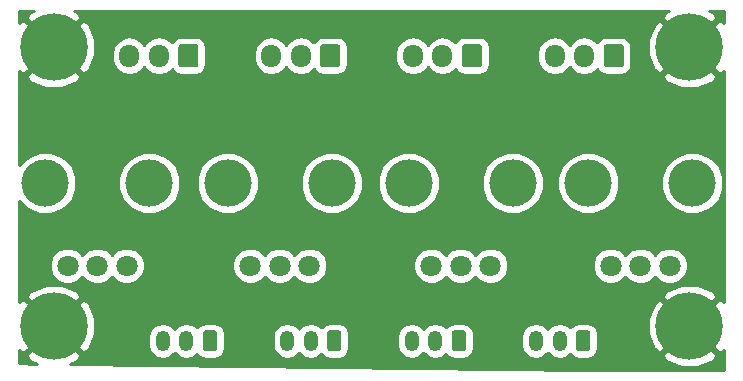
<source format=gbr>
G04 #@! TF.GenerationSoftware,KiCad,Pcbnew,(5.0.1)-rc2*
G04 #@! TF.CreationDate,2019-01-13T21:26:45-05:00*
G04 #@! TF.ProjectId,pot_board,706F745F626F6172642E6B696361645F,rev?*
G04 #@! TF.SameCoordinates,Original*
G04 #@! TF.FileFunction,Copper,L2,Bot,Signal*
G04 #@! TF.FilePolarity,Positive*
%FSLAX46Y46*%
G04 Gerber Fmt 4.6, Leading zero omitted, Abs format (unit mm)*
G04 Created by KiCad (PCBNEW (5.0.1)-rc2) date 1/13/2019 9:26:45 PM*
%MOMM*%
%LPD*%
G01*
G04 APERTURE LIST*
G04 #@! TA.AperFunction,ComponentPad*
%ADD10C,5.700000*%
G04 #@! TD*
G04 #@! TA.AperFunction,Conductor*
%ADD11C,0.100000*%
G04 #@! TD*
G04 #@! TA.AperFunction,ComponentPad*
%ADD12C,1.200000*%
G04 #@! TD*
G04 #@! TA.AperFunction,ComponentPad*
%ADD13O,1.200000X1.750000*%
G04 #@! TD*
G04 #@! TA.AperFunction,ComponentPad*
%ADD14C,1.700000*%
G04 #@! TD*
G04 #@! TA.AperFunction,ComponentPad*
%ADD15O,1.700000X1.950000*%
G04 #@! TD*
G04 #@! TA.AperFunction,ComponentPad*
%ADD16C,1.800000*%
G04 #@! TD*
G04 #@! TA.AperFunction,WasherPad*
%ADD17C,4.000000*%
G04 #@! TD*
G04 #@! TA.AperFunction,Conductor*
%ADD18C,0.254000*%
G04 #@! TD*
G04 APERTURE END LIST*
D10*
G04 #@! TO.P,H4,1*
G04 #@! TO.N,GND*
X92430600Y-40665400D03*
G04 #@! TD*
G04 #@! TO.P,H3,1*
G04 #@! TO.N,GND*
X146253200Y-64287400D03*
G04 #@! TD*
G04 #@! TO.P,H2,1*
G04 #@! TO.N,GND*
X92430600Y-64287400D03*
G04 #@! TD*
G04 #@! TO.P,H1,1*
G04 #@! TO.N,GND*
X146253200Y-40665400D03*
G04 #@! TD*
D11*
G04 #@! TO.N,Net-(J1-Pad1)*
G04 #@! TO.C,J1*
G36*
X106038505Y-64658204D02*
X106062773Y-64661804D01*
X106086572Y-64667765D01*
X106109671Y-64676030D01*
X106131850Y-64686520D01*
X106152893Y-64699132D01*
X106172599Y-64713747D01*
X106190777Y-64730223D01*
X106207253Y-64748401D01*
X106221868Y-64768107D01*
X106234480Y-64789150D01*
X106244970Y-64811329D01*
X106253235Y-64834428D01*
X106259196Y-64858227D01*
X106262796Y-64882495D01*
X106264000Y-64906999D01*
X106264000Y-66157001D01*
X106262796Y-66181505D01*
X106259196Y-66205773D01*
X106253235Y-66229572D01*
X106244970Y-66252671D01*
X106234480Y-66274850D01*
X106221868Y-66295893D01*
X106207253Y-66315599D01*
X106190777Y-66333777D01*
X106172599Y-66350253D01*
X106152893Y-66364868D01*
X106131850Y-66377480D01*
X106109671Y-66387970D01*
X106086572Y-66396235D01*
X106062773Y-66402196D01*
X106038505Y-66405796D01*
X106014001Y-66407000D01*
X105313999Y-66407000D01*
X105289495Y-66405796D01*
X105265227Y-66402196D01*
X105241428Y-66396235D01*
X105218329Y-66387970D01*
X105196150Y-66377480D01*
X105175107Y-66364868D01*
X105155401Y-66350253D01*
X105137223Y-66333777D01*
X105120747Y-66315599D01*
X105106132Y-66295893D01*
X105093520Y-66274850D01*
X105083030Y-66252671D01*
X105074765Y-66229572D01*
X105068804Y-66205773D01*
X105065204Y-66181505D01*
X105064000Y-66157001D01*
X105064000Y-64906999D01*
X105065204Y-64882495D01*
X105068804Y-64858227D01*
X105074765Y-64834428D01*
X105083030Y-64811329D01*
X105093520Y-64789150D01*
X105106132Y-64768107D01*
X105120747Y-64748401D01*
X105137223Y-64730223D01*
X105155401Y-64713747D01*
X105175107Y-64699132D01*
X105196150Y-64686520D01*
X105218329Y-64676030D01*
X105241428Y-64667765D01*
X105265227Y-64661804D01*
X105289495Y-64658204D01*
X105313999Y-64657000D01*
X106014001Y-64657000D01*
X106038505Y-64658204D01*
X106038505Y-64658204D01*
G37*
D12*
G04 #@! TD*
G04 #@! TO.P,J1,1*
G04 #@! TO.N,Net-(J1-Pad1)*
X105664000Y-65532000D03*
D13*
G04 #@! TO.P,J1,2*
G04 #@! TO.N,Net-(J1-Pad2)*
X103664000Y-65532000D03*
G04 #@! TO.P,J1,3*
G04 #@! TO.N,Net-(J1-Pad3)*
X101664000Y-65532000D03*
G04 #@! TD*
D11*
G04 #@! TO.N,Net-(J1-Pad1)*
G04 #@! TO.C,J2*
G36*
X104459704Y-40428204D02*
X104483973Y-40431804D01*
X104507771Y-40437765D01*
X104530871Y-40446030D01*
X104553049Y-40456520D01*
X104574093Y-40469133D01*
X104593798Y-40483747D01*
X104611977Y-40500223D01*
X104628453Y-40518402D01*
X104643067Y-40538107D01*
X104655680Y-40559151D01*
X104666170Y-40581329D01*
X104674435Y-40604429D01*
X104680396Y-40628227D01*
X104683996Y-40652496D01*
X104685200Y-40677000D01*
X104685200Y-42127000D01*
X104683996Y-42151504D01*
X104680396Y-42175773D01*
X104674435Y-42199571D01*
X104666170Y-42222671D01*
X104655680Y-42244849D01*
X104643067Y-42265893D01*
X104628453Y-42285598D01*
X104611977Y-42303777D01*
X104593798Y-42320253D01*
X104574093Y-42334867D01*
X104553049Y-42347480D01*
X104530871Y-42357970D01*
X104507771Y-42366235D01*
X104483973Y-42372196D01*
X104459704Y-42375796D01*
X104435200Y-42377000D01*
X103235200Y-42377000D01*
X103210696Y-42375796D01*
X103186427Y-42372196D01*
X103162629Y-42366235D01*
X103139529Y-42357970D01*
X103117351Y-42347480D01*
X103096307Y-42334867D01*
X103076602Y-42320253D01*
X103058423Y-42303777D01*
X103041947Y-42285598D01*
X103027333Y-42265893D01*
X103014720Y-42244849D01*
X103004230Y-42222671D01*
X102995965Y-42199571D01*
X102990004Y-42175773D01*
X102986404Y-42151504D01*
X102985200Y-42127000D01*
X102985200Y-40677000D01*
X102986404Y-40652496D01*
X102990004Y-40628227D01*
X102995965Y-40604429D01*
X103004230Y-40581329D01*
X103014720Y-40559151D01*
X103027333Y-40538107D01*
X103041947Y-40518402D01*
X103058423Y-40500223D01*
X103076602Y-40483747D01*
X103096307Y-40469133D01*
X103117351Y-40456520D01*
X103139529Y-40446030D01*
X103162629Y-40437765D01*
X103186427Y-40431804D01*
X103210696Y-40428204D01*
X103235200Y-40427000D01*
X104435200Y-40427000D01*
X104459704Y-40428204D01*
X104459704Y-40428204D01*
G37*
D14*
G04 #@! TD*
G04 #@! TO.P,J2,1*
G04 #@! TO.N,Net-(J1-Pad1)*
X103835200Y-41402000D03*
D15*
G04 #@! TO.P,J2,2*
G04 #@! TO.N,Net-(J1-Pad2)*
X101335200Y-41402000D03*
G04 #@! TO.P,J2,3*
G04 #@! TO.N,Net-(J1-Pad3)*
X98835200Y-41402000D03*
G04 #@! TD*
D11*
G04 #@! TO.N,Net-(J3-Pad1)*
G04 #@! TO.C,J3*
G36*
X116571038Y-64658204D02*
X116595306Y-64661804D01*
X116619105Y-64667765D01*
X116642204Y-64676030D01*
X116664383Y-64686520D01*
X116685426Y-64699132D01*
X116705132Y-64713747D01*
X116723310Y-64730223D01*
X116739786Y-64748401D01*
X116754401Y-64768107D01*
X116767013Y-64789150D01*
X116777503Y-64811329D01*
X116785768Y-64834428D01*
X116791729Y-64858227D01*
X116795329Y-64882495D01*
X116796533Y-64906999D01*
X116796533Y-66157001D01*
X116795329Y-66181505D01*
X116791729Y-66205773D01*
X116785768Y-66229572D01*
X116777503Y-66252671D01*
X116767013Y-66274850D01*
X116754401Y-66295893D01*
X116739786Y-66315599D01*
X116723310Y-66333777D01*
X116705132Y-66350253D01*
X116685426Y-66364868D01*
X116664383Y-66377480D01*
X116642204Y-66387970D01*
X116619105Y-66396235D01*
X116595306Y-66402196D01*
X116571038Y-66405796D01*
X116546534Y-66407000D01*
X115846532Y-66407000D01*
X115822028Y-66405796D01*
X115797760Y-66402196D01*
X115773961Y-66396235D01*
X115750862Y-66387970D01*
X115728683Y-66377480D01*
X115707640Y-66364868D01*
X115687934Y-66350253D01*
X115669756Y-66333777D01*
X115653280Y-66315599D01*
X115638665Y-66295893D01*
X115626053Y-66274850D01*
X115615563Y-66252671D01*
X115607298Y-66229572D01*
X115601337Y-66205773D01*
X115597737Y-66181505D01*
X115596533Y-66157001D01*
X115596533Y-64906999D01*
X115597737Y-64882495D01*
X115601337Y-64858227D01*
X115607298Y-64834428D01*
X115615563Y-64811329D01*
X115626053Y-64789150D01*
X115638665Y-64768107D01*
X115653280Y-64748401D01*
X115669756Y-64730223D01*
X115687934Y-64713747D01*
X115707640Y-64699132D01*
X115728683Y-64686520D01*
X115750862Y-64676030D01*
X115773961Y-64667765D01*
X115797760Y-64661804D01*
X115822028Y-64658204D01*
X115846532Y-64657000D01*
X116546534Y-64657000D01*
X116571038Y-64658204D01*
X116571038Y-64658204D01*
G37*
D12*
G04 #@! TD*
G04 #@! TO.P,J3,1*
G04 #@! TO.N,Net-(J3-Pad1)*
X116196533Y-65532000D03*
D13*
G04 #@! TO.P,J3,2*
G04 #@! TO.N,Net-(J3-Pad2)*
X114196533Y-65532000D03*
G04 #@! TO.P,J3,3*
G04 #@! TO.N,Net-(J3-Pad3)*
X112196533Y-65532000D03*
G04 #@! TD*
D11*
G04 #@! TO.N,Net-(J3-Pad1)*
G04 #@! TO.C,J4*
G36*
X116465437Y-40428204D02*
X116489706Y-40431804D01*
X116513504Y-40437765D01*
X116536604Y-40446030D01*
X116558782Y-40456520D01*
X116579826Y-40469133D01*
X116599531Y-40483747D01*
X116617710Y-40500223D01*
X116634186Y-40518402D01*
X116648800Y-40538107D01*
X116661413Y-40559151D01*
X116671903Y-40581329D01*
X116680168Y-40604429D01*
X116686129Y-40628227D01*
X116689729Y-40652496D01*
X116690933Y-40677000D01*
X116690933Y-42127000D01*
X116689729Y-42151504D01*
X116686129Y-42175773D01*
X116680168Y-42199571D01*
X116671903Y-42222671D01*
X116661413Y-42244849D01*
X116648800Y-42265893D01*
X116634186Y-42285598D01*
X116617710Y-42303777D01*
X116599531Y-42320253D01*
X116579826Y-42334867D01*
X116558782Y-42347480D01*
X116536604Y-42357970D01*
X116513504Y-42366235D01*
X116489706Y-42372196D01*
X116465437Y-42375796D01*
X116440933Y-42377000D01*
X115240933Y-42377000D01*
X115216429Y-42375796D01*
X115192160Y-42372196D01*
X115168362Y-42366235D01*
X115145262Y-42357970D01*
X115123084Y-42347480D01*
X115102040Y-42334867D01*
X115082335Y-42320253D01*
X115064156Y-42303777D01*
X115047680Y-42285598D01*
X115033066Y-42265893D01*
X115020453Y-42244849D01*
X115009963Y-42222671D01*
X115001698Y-42199571D01*
X114995737Y-42175773D01*
X114992137Y-42151504D01*
X114990933Y-42127000D01*
X114990933Y-40677000D01*
X114992137Y-40652496D01*
X114995737Y-40628227D01*
X115001698Y-40604429D01*
X115009963Y-40581329D01*
X115020453Y-40559151D01*
X115033066Y-40538107D01*
X115047680Y-40518402D01*
X115064156Y-40500223D01*
X115082335Y-40483747D01*
X115102040Y-40469133D01*
X115123084Y-40456520D01*
X115145262Y-40446030D01*
X115168362Y-40437765D01*
X115192160Y-40431804D01*
X115216429Y-40428204D01*
X115240933Y-40427000D01*
X116440933Y-40427000D01*
X116465437Y-40428204D01*
X116465437Y-40428204D01*
G37*
D14*
G04 #@! TD*
G04 #@! TO.P,J4,1*
G04 #@! TO.N,Net-(J3-Pad1)*
X115840933Y-41402000D03*
D15*
G04 #@! TO.P,J4,2*
G04 #@! TO.N,Net-(J3-Pad2)*
X113340933Y-41402000D03*
G04 #@! TO.P,J4,3*
G04 #@! TO.N,Net-(J3-Pad3)*
X110840933Y-41402000D03*
G04 #@! TD*
D13*
G04 #@! TO.P,J5,3*
G04 #@! TO.N,Net-(J5-Pad3)*
X122729066Y-65532000D03*
G04 #@! TO.P,J5,2*
G04 #@! TO.N,Net-(J5-Pad2)*
X124729066Y-65532000D03*
D11*
G04 #@! TD*
G04 #@! TO.N,Net-(J5-Pad1)*
G04 #@! TO.C,J5*
G36*
X127103571Y-64658204D02*
X127127839Y-64661804D01*
X127151638Y-64667765D01*
X127174737Y-64676030D01*
X127196916Y-64686520D01*
X127217959Y-64699132D01*
X127237665Y-64713747D01*
X127255843Y-64730223D01*
X127272319Y-64748401D01*
X127286934Y-64768107D01*
X127299546Y-64789150D01*
X127310036Y-64811329D01*
X127318301Y-64834428D01*
X127324262Y-64858227D01*
X127327862Y-64882495D01*
X127329066Y-64906999D01*
X127329066Y-66157001D01*
X127327862Y-66181505D01*
X127324262Y-66205773D01*
X127318301Y-66229572D01*
X127310036Y-66252671D01*
X127299546Y-66274850D01*
X127286934Y-66295893D01*
X127272319Y-66315599D01*
X127255843Y-66333777D01*
X127237665Y-66350253D01*
X127217959Y-66364868D01*
X127196916Y-66377480D01*
X127174737Y-66387970D01*
X127151638Y-66396235D01*
X127127839Y-66402196D01*
X127103571Y-66405796D01*
X127079067Y-66407000D01*
X126379065Y-66407000D01*
X126354561Y-66405796D01*
X126330293Y-66402196D01*
X126306494Y-66396235D01*
X126283395Y-66387970D01*
X126261216Y-66377480D01*
X126240173Y-66364868D01*
X126220467Y-66350253D01*
X126202289Y-66333777D01*
X126185813Y-66315599D01*
X126171198Y-66295893D01*
X126158586Y-66274850D01*
X126148096Y-66252671D01*
X126139831Y-66229572D01*
X126133870Y-66205773D01*
X126130270Y-66181505D01*
X126129066Y-66157001D01*
X126129066Y-64906999D01*
X126130270Y-64882495D01*
X126133870Y-64858227D01*
X126139831Y-64834428D01*
X126148096Y-64811329D01*
X126158586Y-64789150D01*
X126171198Y-64768107D01*
X126185813Y-64748401D01*
X126202289Y-64730223D01*
X126220467Y-64713747D01*
X126240173Y-64699132D01*
X126261216Y-64686520D01*
X126283395Y-64676030D01*
X126306494Y-64667765D01*
X126330293Y-64661804D01*
X126354561Y-64658204D01*
X126379065Y-64657000D01*
X127079067Y-64657000D01*
X127103571Y-64658204D01*
X127103571Y-64658204D01*
G37*
D12*
G04 #@! TO.P,J5,1*
G04 #@! TO.N,Net-(J5-Pad1)*
X126729066Y-65532000D03*
G04 #@! TD*
D15*
G04 #@! TO.P,J6,3*
G04 #@! TO.N,Net-(J5-Pad3)*
X122846666Y-41402000D03*
G04 #@! TO.P,J6,2*
G04 #@! TO.N,Net-(J5-Pad2)*
X125346666Y-41402000D03*
D11*
G04 #@! TD*
G04 #@! TO.N,Net-(J5-Pad1)*
G04 #@! TO.C,J6*
G36*
X128471170Y-40428204D02*
X128495439Y-40431804D01*
X128519237Y-40437765D01*
X128542337Y-40446030D01*
X128564515Y-40456520D01*
X128585559Y-40469133D01*
X128605264Y-40483747D01*
X128623443Y-40500223D01*
X128639919Y-40518402D01*
X128654533Y-40538107D01*
X128667146Y-40559151D01*
X128677636Y-40581329D01*
X128685901Y-40604429D01*
X128691862Y-40628227D01*
X128695462Y-40652496D01*
X128696666Y-40677000D01*
X128696666Y-42127000D01*
X128695462Y-42151504D01*
X128691862Y-42175773D01*
X128685901Y-42199571D01*
X128677636Y-42222671D01*
X128667146Y-42244849D01*
X128654533Y-42265893D01*
X128639919Y-42285598D01*
X128623443Y-42303777D01*
X128605264Y-42320253D01*
X128585559Y-42334867D01*
X128564515Y-42347480D01*
X128542337Y-42357970D01*
X128519237Y-42366235D01*
X128495439Y-42372196D01*
X128471170Y-42375796D01*
X128446666Y-42377000D01*
X127246666Y-42377000D01*
X127222162Y-42375796D01*
X127197893Y-42372196D01*
X127174095Y-42366235D01*
X127150995Y-42357970D01*
X127128817Y-42347480D01*
X127107773Y-42334867D01*
X127088068Y-42320253D01*
X127069889Y-42303777D01*
X127053413Y-42285598D01*
X127038799Y-42265893D01*
X127026186Y-42244849D01*
X127015696Y-42222671D01*
X127007431Y-42199571D01*
X127001470Y-42175773D01*
X126997870Y-42151504D01*
X126996666Y-42127000D01*
X126996666Y-40677000D01*
X126997870Y-40652496D01*
X127001470Y-40628227D01*
X127007431Y-40604429D01*
X127015696Y-40581329D01*
X127026186Y-40559151D01*
X127038799Y-40538107D01*
X127053413Y-40518402D01*
X127069889Y-40500223D01*
X127088068Y-40483747D01*
X127107773Y-40469133D01*
X127128817Y-40456520D01*
X127150995Y-40446030D01*
X127174095Y-40437765D01*
X127197893Y-40431804D01*
X127222162Y-40428204D01*
X127246666Y-40427000D01*
X128446666Y-40427000D01*
X128471170Y-40428204D01*
X128471170Y-40428204D01*
G37*
D14*
G04 #@! TO.P,J6,1*
G04 #@! TO.N,Net-(J5-Pad1)*
X127846666Y-41402000D03*
G04 #@! TD*
D13*
G04 #@! TO.P,J7,3*
G04 #@! TO.N,Net-(J7-Pad3)*
X133261600Y-65532000D03*
G04 #@! TO.P,J7,2*
G04 #@! TO.N,Net-(J7-Pad2)*
X135261600Y-65532000D03*
D11*
G04 #@! TD*
G04 #@! TO.N,Net-(J7-Pad1)*
G04 #@! TO.C,J7*
G36*
X137636105Y-64658204D02*
X137660373Y-64661804D01*
X137684172Y-64667765D01*
X137707271Y-64676030D01*
X137729450Y-64686520D01*
X137750493Y-64699132D01*
X137770199Y-64713747D01*
X137788377Y-64730223D01*
X137804853Y-64748401D01*
X137819468Y-64768107D01*
X137832080Y-64789150D01*
X137842570Y-64811329D01*
X137850835Y-64834428D01*
X137856796Y-64858227D01*
X137860396Y-64882495D01*
X137861600Y-64906999D01*
X137861600Y-66157001D01*
X137860396Y-66181505D01*
X137856796Y-66205773D01*
X137850835Y-66229572D01*
X137842570Y-66252671D01*
X137832080Y-66274850D01*
X137819468Y-66295893D01*
X137804853Y-66315599D01*
X137788377Y-66333777D01*
X137770199Y-66350253D01*
X137750493Y-66364868D01*
X137729450Y-66377480D01*
X137707271Y-66387970D01*
X137684172Y-66396235D01*
X137660373Y-66402196D01*
X137636105Y-66405796D01*
X137611601Y-66407000D01*
X136911599Y-66407000D01*
X136887095Y-66405796D01*
X136862827Y-66402196D01*
X136839028Y-66396235D01*
X136815929Y-66387970D01*
X136793750Y-66377480D01*
X136772707Y-66364868D01*
X136753001Y-66350253D01*
X136734823Y-66333777D01*
X136718347Y-66315599D01*
X136703732Y-66295893D01*
X136691120Y-66274850D01*
X136680630Y-66252671D01*
X136672365Y-66229572D01*
X136666404Y-66205773D01*
X136662804Y-66181505D01*
X136661600Y-66157001D01*
X136661600Y-64906999D01*
X136662804Y-64882495D01*
X136666404Y-64858227D01*
X136672365Y-64834428D01*
X136680630Y-64811329D01*
X136691120Y-64789150D01*
X136703732Y-64768107D01*
X136718347Y-64748401D01*
X136734823Y-64730223D01*
X136753001Y-64713747D01*
X136772707Y-64699132D01*
X136793750Y-64686520D01*
X136815929Y-64676030D01*
X136839028Y-64667765D01*
X136862827Y-64661804D01*
X136887095Y-64658204D01*
X136911599Y-64657000D01*
X137611601Y-64657000D01*
X137636105Y-64658204D01*
X137636105Y-64658204D01*
G37*
D12*
G04 #@! TO.P,J7,1*
G04 #@! TO.N,Net-(J7-Pad1)*
X137261600Y-65532000D03*
G04 #@! TD*
D15*
G04 #@! TO.P,J8,3*
G04 #@! TO.N,Net-(J7-Pad3)*
X134852400Y-41402000D03*
G04 #@! TO.P,J8,2*
G04 #@! TO.N,Net-(J7-Pad2)*
X137352400Y-41402000D03*
D11*
G04 #@! TD*
G04 #@! TO.N,Net-(J7-Pad1)*
G04 #@! TO.C,J8*
G36*
X140476904Y-40428204D02*
X140501173Y-40431804D01*
X140524971Y-40437765D01*
X140548071Y-40446030D01*
X140570249Y-40456520D01*
X140591293Y-40469133D01*
X140610998Y-40483747D01*
X140629177Y-40500223D01*
X140645653Y-40518402D01*
X140660267Y-40538107D01*
X140672880Y-40559151D01*
X140683370Y-40581329D01*
X140691635Y-40604429D01*
X140697596Y-40628227D01*
X140701196Y-40652496D01*
X140702400Y-40677000D01*
X140702400Y-42127000D01*
X140701196Y-42151504D01*
X140697596Y-42175773D01*
X140691635Y-42199571D01*
X140683370Y-42222671D01*
X140672880Y-42244849D01*
X140660267Y-42265893D01*
X140645653Y-42285598D01*
X140629177Y-42303777D01*
X140610998Y-42320253D01*
X140591293Y-42334867D01*
X140570249Y-42347480D01*
X140548071Y-42357970D01*
X140524971Y-42366235D01*
X140501173Y-42372196D01*
X140476904Y-42375796D01*
X140452400Y-42377000D01*
X139252400Y-42377000D01*
X139227896Y-42375796D01*
X139203627Y-42372196D01*
X139179829Y-42366235D01*
X139156729Y-42357970D01*
X139134551Y-42347480D01*
X139113507Y-42334867D01*
X139093802Y-42320253D01*
X139075623Y-42303777D01*
X139059147Y-42285598D01*
X139044533Y-42265893D01*
X139031920Y-42244849D01*
X139021430Y-42222671D01*
X139013165Y-42199571D01*
X139007204Y-42175773D01*
X139003604Y-42151504D01*
X139002400Y-42127000D01*
X139002400Y-40677000D01*
X139003604Y-40652496D01*
X139007204Y-40628227D01*
X139013165Y-40604429D01*
X139021430Y-40581329D01*
X139031920Y-40559151D01*
X139044533Y-40538107D01*
X139059147Y-40518402D01*
X139075623Y-40500223D01*
X139093802Y-40483747D01*
X139113507Y-40469133D01*
X139134551Y-40456520D01*
X139156729Y-40446030D01*
X139179829Y-40437765D01*
X139203627Y-40431804D01*
X139227896Y-40428204D01*
X139252400Y-40427000D01*
X140452400Y-40427000D01*
X140476904Y-40428204D01*
X140476904Y-40428204D01*
G37*
D14*
G04 #@! TO.P,J8,1*
G04 #@! TO.N,Net-(J7-Pad1)*
X139852400Y-41402000D03*
G04 #@! TD*
D16*
G04 #@! TO.P,RV1,3*
G04 #@! TO.N,Net-(J1-Pad3)*
X93615500Y-59182000D03*
G04 #@! TO.P,RV1,2*
G04 #@! TO.N,Net-(J1-Pad2)*
X96115500Y-59182000D03*
G04 #@! TO.P,RV1,1*
G04 #@! TO.N,Net-(J1-Pad1)*
X98615500Y-59182000D03*
D17*
G04 #@! TO.P,RV1,*
G04 #@! TO.N,*
X91715500Y-52182000D03*
X100515500Y-52182000D03*
G04 #@! TD*
D16*
G04 #@! TO.P,RV2,3*
G04 #@! TO.N,Net-(J3-Pad3)*
X109067166Y-59182000D03*
G04 #@! TO.P,RV2,2*
G04 #@! TO.N,Net-(J3-Pad2)*
X111567166Y-59182000D03*
G04 #@! TO.P,RV2,1*
G04 #@! TO.N,Net-(J3-Pad1)*
X114067166Y-59182000D03*
D17*
G04 #@! TO.P,RV2,*
G04 #@! TO.N,*
X107167166Y-52182000D03*
X115967166Y-52182000D03*
G04 #@! TD*
G04 #@! TO.P,RV3,*
G04 #@! TO.N,*
X131291832Y-52182000D03*
X122491832Y-52182000D03*
D16*
G04 #@! TO.P,RV3,1*
G04 #@! TO.N,Net-(J5-Pad1)*
X129391832Y-59182000D03*
G04 #@! TO.P,RV3,2*
G04 #@! TO.N,Net-(J5-Pad2)*
X126891832Y-59182000D03*
G04 #@! TO.P,RV3,3*
G04 #@! TO.N,Net-(J5-Pad3)*
X124391832Y-59182000D03*
G04 #@! TD*
D17*
G04 #@! TO.P,RV4,*
G04 #@! TO.N,*
X146489500Y-52182000D03*
X137689500Y-52182000D03*
D16*
G04 #@! TO.P,RV4,1*
G04 #@! TO.N,Net-(J7-Pad1)*
X144589500Y-59182000D03*
G04 #@! TO.P,RV4,2*
G04 #@! TO.N,Net-(J7-Pad2)*
X142089500Y-59182000D03*
G04 #@! TO.P,RV4,3*
G04 #@! TO.N,Net-(J7-Pad3)*
X139589500Y-59182000D03*
G04 #@! TD*
D18*
G04 #@! TO.N,GND*
G36*
X90466920Y-37704028D02*
X90446117Y-37717928D01*
X90121792Y-38176987D01*
X92430600Y-40485795D01*
X94739408Y-38176987D01*
X94415083Y-37717928D01*
X94110243Y-37590400D01*
X144566597Y-37590400D01*
X144289520Y-37704028D01*
X144268717Y-37717928D01*
X143944392Y-38176987D01*
X146253200Y-40485795D01*
X148562008Y-38176987D01*
X148237683Y-37717928D01*
X147932843Y-37590400D01*
X149150400Y-37590400D01*
X149150400Y-38645400D01*
X148741613Y-38356592D01*
X146432805Y-40665400D01*
X148741613Y-42974208D01*
X149150400Y-42685400D01*
X149150401Y-62267400D01*
X148741613Y-61978592D01*
X146432805Y-64287400D01*
X148741613Y-66596208D01*
X149150401Y-66307399D01*
X149150401Y-68048200D01*
X137541987Y-68048200D01*
X93786981Y-67497822D01*
X94394280Y-67248772D01*
X94415083Y-67234872D01*
X94739408Y-66775813D01*
X92430600Y-64467005D01*
X90121792Y-66775813D01*
X90446117Y-67234872D01*
X90990586Y-67462648D01*
X89508000Y-67443999D01*
X89508000Y-66289455D01*
X89942187Y-66596208D01*
X92250995Y-64287400D01*
X92610205Y-64287400D01*
X94919013Y-66596208D01*
X95378072Y-66271883D01*
X95853528Y-65135364D01*
X100429000Y-65135364D01*
X100429000Y-65928635D01*
X100500656Y-66288872D01*
X100773615Y-66697385D01*
X101182127Y-66970344D01*
X101664000Y-67066195D01*
X102145872Y-66970344D01*
X102554385Y-66697385D01*
X102664000Y-66533334D01*
X102773615Y-66697385D01*
X103182127Y-66970344D01*
X103664000Y-67066195D01*
X104145872Y-66970344D01*
X104554385Y-66697385D01*
X104585428Y-66650926D01*
X104679414Y-66791586D01*
X104970564Y-66986127D01*
X105313999Y-67054440D01*
X106014001Y-67054440D01*
X106357436Y-66986127D01*
X106648586Y-66791586D01*
X106843127Y-66500436D01*
X106911440Y-66157001D01*
X106911440Y-65135364D01*
X110961533Y-65135364D01*
X110961533Y-65928635D01*
X111033189Y-66288872D01*
X111306148Y-66697385D01*
X111714660Y-66970344D01*
X112196533Y-67066195D01*
X112678405Y-66970344D01*
X113086918Y-66697385D01*
X113196533Y-66533334D01*
X113306148Y-66697385D01*
X113714660Y-66970344D01*
X114196533Y-67066195D01*
X114678405Y-66970344D01*
X115086918Y-66697385D01*
X115117961Y-66650926D01*
X115211947Y-66791586D01*
X115503097Y-66986127D01*
X115846532Y-67054440D01*
X116546534Y-67054440D01*
X116889969Y-66986127D01*
X117181119Y-66791586D01*
X117375660Y-66500436D01*
X117443973Y-66157001D01*
X117443973Y-65135364D01*
X121494066Y-65135364D01*
X121494066Y-65928635D01*
X121565722Y-66288872D01*
X121838681Y-66697385D01*
X122247193Y-66970344D01*
X122729066Y-67066195D01*
X123210938Y-66970344D01*
X123619451Y-66697385D01*
X123729066Y-66533334D01*
X123838681Y-66697385D01*
X124247193Y-66970344D01*
X124729066Y-67066195D01*
X125210938Y-66970344D01*
X125619451Y-66697385D01*
X125650494Y-66650926D01*
X125744480Y-66791586D01*
X126035630Y-66986127D01*
X126379065Y-67054440D01*
X127079067Y-67054440D01*
X127422502Y-66986127D01*
X127713652Y-66791586D01*
X127908193Y-66500436D01*
X127976506Y-66157001D01*
X127976506Y-65135364D01*
X132026600Y-65135364D01*
X132026600Y-65928635D01*
X132098256Y-66288872D01*
X132371215Y-66697385D01*
X132779727Y-66970344D01*
X133261600Y-67066195D01*
X133743472Y-66970344D01*
X134151985Y-66697385D01*
X134261600Y-66533334D01*
X134371215Y-66697385D01*
X134779727Y-66970344D01*
X135261600Y-67066195D01*
X135743472Y-66970344D01*
X136151985Y-66697385D01*
X136183028Y-66650926D01*
X136277014Y-66791586D01*
X136568164Y-66986127D01*
X136911599Y-67054440D01*
X137611601Y-67054440D01*
X137955036Y-66986127D01*
X138246186Y-66791586D01*
X138256725Y-66775813D01*
X143944392Y-66775813D01*
X144268717Y-67234872D01*
X145547725Y-67769938D01*
X146934136Y-67774819D01*
X148216880Y-67248772D01*
X148237683Y-67234872D01*
X148562008Y-66775813D01*
X146253200Y-64467005D01*
X143944392Y-66775813D01*
X138256725Y-66775813D01*
X138440727Y-66500436D01*
X138509040Y-66157001D01*
X138509040Y-64968336D01*
X142765781Y-64968336D01*
X143291828Y-66251080D01*
X143305728Y-66271883D01*
X143764787Y-66596208D01*
X146073595Y-64287400D01*
X143764787Y-61978592D01*
X143305728Y-62302917D01*
X142770662Y-63581925D01*
X142765781Y-64968336D01*
X138509040Y-64968336D01*
X138509040Y-64906999D01*
X138440727Y-64563564D01*
X138246186Y-64272414D01*
X137955036Y-64077873D01*
X137611601Y-64009560D01*
X136911599Y-64009560D01*
X136568164Y-64077873D01*
X136277014Y-64272414D01*
X136183028Y-64413074D01*
X136151985Y-64366615D01*
X135743473Y-64093656D01*
X135261600Y-63997805D01*
X134779728Y-64093656D01*
X134371216Y-64366615D01*
X134261600Y-64530666D01*
X134151985Y-64366615D01*
X133743473Y-64093656D01*
X133261600Y-63997805D01*
X132779728Y-64093656D01*
X132371216Y-64366615D01*
X132098256Y-64775127D01*
X132026600Y-65135364D01*
X127976506Y-65135364D01*
X127976506Y-64906999D01*
X127908193Y-64563564D01*
X127713652Y-64272414D01*
X127422502Y-64077873D01*
X127079067Y-64009560D01*
X126379065Y-64009560D01*
X126035630Y-64077873D01*
X125744480Y-64272414D01*
X125650494Y-64413074D01*
X125619451Y-64366615D01*
X125210939Y-64093656D01*
X124729066Y-63997805D01*
X124247194Y-64093656D01*
X123838682Y-64366615D01*
X123729066Y-64530666D01*
X123619451Y-64366615D01*
X123210939Y-64093656D01*
X122729066Y-63997805D01*
X122247194Y-64093656D01*
X121838682Y-64366615D01*
X121565722Y-64775127D01*
X121494066Y-65135364D01*
X117443973Y-65135364D01*
X117443973Y-64906999D01*
X117375660Y-64563564D01*
X117181119Y-64272414D01*
X116889969Y-64077873D01*
X116546534Y-64009560D01*
X115846532Y-64009560D01*
X115503097Y-64077873D01*
X115211947Y-64272414D01*
X115117961Y-64413074D01*
X115086918Y-64366615D01*
X114678406Y-64093656D01*
X114196533Y-63997805D01*
X113714661Y-64093656D01*
X113306149Y-64366615D01*
X113196533Y-64530666D01*
X113086918Y-64366615D01*
X112678406Y-64093656D01*
X112196533Y-63997805D01*
X111714661Y-64093656D01*
X111306149Y-64366615D01*
X111033189Y-64775127D01*
X110961533Y-65135364D01*
X106911440Y-65135364D01*
X106911440Y-64906999D01*
X106843127Y-64563564D01*
X106648586Y-64272414D01*
X106357436Y-64077873D01*
X106014001Y-64009560D01*
X105313999Y-64009560D01*
X104970564Y-64077873D01*
X104679414Y-64272414D01*
X104585428Y-64413074D01*
X104554385Y-64366615D01*
X104145873Y-64093656D01*
X103664000Y-63997805D01*
X103182128Y-64093656D01*
X102773616Y-64366615D01*
X102664000Y-64530666D01*
X102554385Y-64366615D01*
X102145873Y-64093656D01*
X101664000Y-63997805D01*
X101182128Y-64093656D01*
X100773616Y-64366615D01*
X100500656Y-64775127D01*
X100429000Y-65135364D01*
X95853528Y-65135364D01*
X95913138Y-64992875D01*
X95918019Y-63606464D01*
X95391972Y-62323720D01*
X95378072Y-62302917D01*
X94919013Y-61978592D01*
X92610205Y-64287400D01*
X92250995Y-64287400D01*
X89942187Y-61978592D01*
X89508000Y-62285345D01*
X89508000Y-61798987D01*
X90121792Y-61798987D01*
X92430600Y-64107795D01*
X94739408Y-61798987D01*
X143944392Y-61798987D01*
X146253200Y-64107795D01*
X148562008Y-61798987D01*
X148237683Y-61339928D01*
X146958675Y-60804862D01*
X145572264Y-60799981D01*
X144289520Y-61326028D01*
X144268717Y-61339928D01*
X143944392Y-61798987D01*
X94739408Y-61798987D01*
X94415083Y-61339928D01*
X93136075Y-60804862D01*
X91749664Y-60799981D01*
X90466920Y-61326028D01*
X90446117Y-61339928D01*
X90121792Y-61798987D01*
X89508000Y-61798987D01*
X89508000Y-58876670D01*
X92080500Y-58876670D01*
X92080500Y-59487330D01*
X92314190Y-60051507D01*
X92745993Y-60483310D01*
X93310170Y-60717000D01*
X93920830Y-60717000D01*
X94485007Y-60483310D01*
X94865500Y-60102817D01*
X95245993Y-60483310D01*
X95810170Y-60717000D01*
X96420830Y-60717000D01*
X96985007Y-60483310D01*
X97365500Y-60102817D01*
X97745993Y-60483310D01*
X98310170Y-60717000D01*
X98920830Y-60717000D01*
X99485007Y-60483310D01*
X99916810Y-60051507D01*
X100150500Y-59487330D01*
X100150500Y-58876670D01*
X107532166Y-58876670D01*
X107532166Y-59487330D01*
X107765856Y-60051507D01*
X108197659Y-60483310D01*
X108761836Y-60717000D01*
X109372496Y-60717000D01*
X109936673Y-60483310D01*
X110317166Y-60102817D01*
X110697659Y-60483310D01*
X111261836Y-60717000D01*
X111872496Y-60717000D01*
X112436673Y-60483310D01*
X112817166Y-60102817D01*
X113197659Y-60483310D01*
X113761836Y-60717000D01*
X114372496Y-60717000D01*
X114936673Y-60483310D01*
X115368476Y-60051507D01*
X115602166Y-59487330D01*
X115602166Y-58876670D01*
X122856832Y-58876670D01*
X122856832Y-59487330D01*
X123090522Y-60051507D01*
X123522325Y-60483310D01*
X124086502Y-60717000D01*
X124697162Y-60717000D01*
X125261339Y-60483310D01*
X125641832Y-60102817D01*
X126022325Y-60483310D01*
X126586502Y-60717000D01*
X127197162Y-60717000D01*
X127761339Y-60483310D01*
X128141832Y-60102817D01*
X128522325Y-60483310D01*
X129086502Y-60717000D01*
X129697162Y-60717000D01*
X130261339Y-60483310D01*
X130693142Y-60051507D01*
X130926832Y-59487330D01*
X130926832Y-58876670D01*
X138054500Y-58876670D01*
X138054500Y-59487330D01*
X138288190Y-60051507D01*
X138719993Y-60483310D01*
X139284170Y-60717000D01*
X139894830Y-60717000D01*
X140459007Y-60483310D01*
X140839500Y-60102817D01*
X141219993Y-60483310D01*
X141784170Y-60717000D01*
X142394830Y-60717000D01*
X142959007Y-60483310D01*
X143339500Y-60102817D01*
X143719993Y-60483310D01*
X144284170Y-60717000D01*
X144894830Y-60717000D01*
X145459007Y-60483310D01*
X145890810Y-60051507D01*
X146124500Y-59487330D01*
X146124500Y-58876670D01*
X145890810Y-58312493D01*
X145459007Y-57880690D01*
X144894830Y-57647000D01*
X144284170Y-57647000D01*
X143719993Y-57880690D01*
X143339500Y-58261183D01*
X142959007Y-57880690D01*
X142394830Y-57647000D01*
X141784170Y-57647000D01*
X141219993Y-57880690D01*
X140839500Y-58261183D01*
X140459007Y-57880690D01*
X139894830Y-57647000D01*
X139284170Y-57647000D01*
X138719993Y-57880690D01*
X138288190Y-58312493D01*
X138054500Y-58876670D01*
X130926832Y-58876670D01*
X130693142Y-58312493D01*
X130261339Y-57880690D01*
X129697162Y-57647000D01*
X129086502Y-57647000D01*
X128522325Y-57880690D01*
X128141832Y-58261183D01*
X127761339Y-57880690D01*
X127197162Y-57647000D01*
X126586502Y-57647000D01*
X126022325Y-57880690D01*
X125641832Y-58261183D01*
X125261339Y-57880690D01*
X124697162Y-57647000D01*
X124086502Y-57647000D01*
X123522325Y-57880690D01*
X123090522Y-58312493D01*
X122856832Y-58876670D01*
X115602166Y-58876670D01*
X115368476Y-58312493D01*
X114936673Y-57880690D01*
X114372496Y-57647000D01*
X113761836Y-57647000D01*
X113197659Y-57880690D01*
X112817166Y-58261183D01*
X112436673Y-57880690D01*
X111872496Y-57647000D01*
X111261836Y-57647000D01*
X110697659Y-57880690D01*
X110317166Y-58261183D01*
X109936673Y-57880690D01*
X109372496Y-57647000D01*
X108761836Y-57647000D01*
X108197659Y-57880690D01*
X107765856Y-58312493D01*
X107532166Y-58876670D01*
X100150500Y-58876670D01*
X99916810Y-58312493D01*
X99485007Y-57880690D01*
X98920830Y-57647000D01*
X98310170Y-57647000D01*
X97745993Y-57880690D01*
X97365500Y-58261183D01*
X96985007Y-57880690D01*
X96420830Y-57647000D01*
X95810170Y-57647000D01*
X95245993Y-57880690D01*
X94865500Y-58261183D01*
X94485007Y-57880690D01*
X93920830Y-57647000D01*
X93310170Y-57647000D01*
X92745993Y-57880690D01*
X92314190Y-58312493D01*
X92080500Y-58876670D01*
X89508000Y-58876670D01*
X89508000Y-53700953D01*
X90222892Y-54415845D01*
X91191366Y-54817000D01*
X92239634Y-54817000D01*
X93208108Y-54415845D01*
X93949345Y-53674608D01*
X94350500Y-52706134D01*
X94350500Y-51657866D01*
X97880500Y-51657866D01*
X97880500Y-52706134D01*
X98281655Y-53674608D01*
X99022892Y-54415845D01*
X99991366Y-54817000D01*
X101039634Y-54817000D01*
X102008108Y-54415845D01*
X102749345Y-53674608D01*
X103150500Y-52706134D01*
X103150500Y-51657866D01*
X104532166Y-51657866D01*
X104532166Y-52706134D01*
X104933321Y-53674608D01*
X105674558Y-54415845D01*
X106643032Y-54817000D01*
X107691300Y-54817000D01*
X108659774Y-54415845D01*
X109401011Y-53674608D01*
X109802166Y-52706134D01*
X109802166Y-51657866D01*
X113332166Y-51657866D01*
X113332166Y-52706134D01*
X113733321Y-53674608D01*
X114474558Y-54415845D01*
X115443032Y-54817000D01*
X116491300Y-54817000D01*
X117459774Y-54415845D01*
X118201011Y-53674608D01*
X118602166Y-52706134D01*
X118602166Y-51657866D01*
X119856832Y-51657866D01*
X119856832Y-52706134D01*
X120257987Y-53674608D01*
X120999224Y-54415845D01*
X121967698Y-54817000D01*
X123015966Y-54817000D01*
X123984440Y-54415845D01*
X124725677Y-53674608D01*
X125126832Y-52706134D01*
X125126832Y-51657866D01*
X128656832Y-51657866D01*
X128656832Y-52706134D01*
X129057987Y-53674608D01*
X129799224Y-54415845D01*
X130767698Y-54817000D01*
X131815966Y-54817000D01*
X132784440Y-54415845D01*
X133525677Y-53674608D01*
X133926832Y-52706134D01*
X133926832Y-51657866D01*
X135054500Y-51657866D01*
X135054500Y-52706134D01*
X135455655Y-53674608D01*
X136196892Y-54415845D01*
X137165366Y-54817000D01*
X138213634Y-54817000D01*
X139182108Y-54415845D01*
X139923345Y-53674608D01*
X140324500Y-52706134D01*
X140324500Y-51657866D01*
X143854500Y-51657866D01*
X143854500Y-52706134D01*
X144255655Y-53674608D01*
X144996892Y-54415845D01*
X145965366Y-54817000D01*
X147013634Y-54817000D01*
X147982108Y-54415845D01*
X148723345Y-53674608D01*
X149124500Y-52706134D01*
X149124500Y-51657866D01*
X148723345Y-50689392D01*
X147982108Y-49948155D01*
X147013634Y-49547000D01*
X145965366Y-49547000D01*
X144996892Y-49948155D01*
X144255655Y-50689392D01*
X143854500Y-51657866D01*
X140324500Y-51657866D01*
X139923345Y-50689392D01*
X139182108Y-49948155D01*
X138213634Y-49547000D01*
X137165366Y-49547000D01*
X136196892Y-49948155D01*
X135455655Y-50689392D01*
X135054500Y-51657866D01*
X133926832Y-51657866D01*
X133525677Y-50689392D01*
X132784440Y-49948155D01*
X131815966Y-49547000D01*
X130767698Y-49547000D01*
X129799224Y-49948155D01*
X129057987Y-50689392D01*
X128656832Y-51657866D01*
X125126832Y-51657866D01*
X124725677Y-50689392D01*
X123984440Y-49948155D01*
X123015966Y-49547000D01*
X121967698Y-49547000D01*
X120999224Y-49948155D01*
X120257987Y-50689392D01*
X119856832Y-51657866D01*
X118602166Y-51657866D01*
X118201011Y-50689392D01*
X117459774Y-49948155D01*
X116491300Y-49547000D01*
X115443032Y-49547000D01*
X114474558Y-49948155D01*
X113733321Y-50689392D01*
X113332166Y-51657866D01*
X109802166Y-51657866D01*
X109401011Y-50689392D01*
X108659774Y-49948155D01*
X107691300Y-49547000D01*
X106643032Y-49547000D01*
X105674558Y-49948155D01*
X104933321Y-50689392D01*
X104532166Y-51657866D01*
X103150500Y-51657866D01*
X102749345Y-50689392D01*
X102008108Y-49948155D01*
X101039634Y-49547000D01*
X99991366Y-49547000D01*
X99022892Y-49948155D01*
X98281655Y-50689392D01*
X97880500Y-51657866D01*
X94350500Y-51657866D01*
X93949345Y-50689392D01*
X93208108Y-49948155D01*
X92239634Y-49547000D01*
X91191366Y-49547000D01*
X90222892Y-49948155D01*
X89508000Y-50663047D01*
X89508000Y-43153813D01*
X90121792Y-43153813D01*
X90446117Y-43612872D01*
X91725125Y-44147938D01*
X93111536Y-44152819D01*
X94394280Y-43626772D01*
X94415083Y-43612872D01*
X94739408Y-43153813D01*
X143944392Y-43153813D01*
X144268717Y-43612872D01*
X145547725Y-44147938D01*
X146934136Y-44152819D01*
X148216880Y-43626772D01*
X148237683Y-43612872D01*
X148562008Y-43153813D01*
X146253200Y-40845005D01*
X143944392Y-43153813D01*
X94739408Y-43153813D01*
X92430600Y-40845005D01*
X90121792Y-43153813D01*
X89508000Y-43153813D01*
X89508000Y-42667455D01*
X89942187Y-42974208D01*
X92250995Y-40665400D01*
X92610205Y-40665400D01*
X94919013Y-42974208D01*
X95378072Y-42649883D01*
X95913138Y-41370875D01*
X95913983Y-41130744D01*
X97350200Y-41130744D01*
X97350200Y-41673255D01*
X97436361Y-42106417D01*
X97764575Y-42597625D01*
X98255782Y-42925839D01*
X98835200Y-43041092D01*
X99414617Y-42925839D01*
X99905825Y-42597625D01*
X100085200Y-42329171D01*
X100264575Y-42597625D01*
X100755782Y-42925839D01*
X101335200Y-43041092D01*
X101914617Y-42925839D01*
X102405825Y-42597625D01*
X102448442Y-42533844D01*
X102600614Y-42761586D01*
X102891765Y-42956126D01*
X103235200Y-43024440D01*
X104435200Y-43024440D01*
X104778635Y-42956126D01*
X105069786Y-42761586D01*
X105264326Y-42470435D01*
X105332640Y-42127000D01*
X105332640Y-41130744D01*
X109355933Y-41130744D01*
X109355933Y-41673255D01*
X109442094Y-42106417D01*
X109770308Y-42597625D01*
X110261515Y-42925839D01*
X110840933Y-43041092D01*
X111420350Y-42925839D01*
X111911558Y-42597625D01*
X112090933Y-42329171D01*
X112270308Y-42597625D01*
X112761515Y-42925839D01*
X113340933Y-43041092D01*
X113920350Y-42925839D01*
X114411558Y-42597625D01*
X114454175Y-42533844D01*
X114606347Y-42761586D01*
X114897498Y-42956126D01*
X115240933Y-43024440D01*
X116440933Y-43024440D01*
X116784368Y-42956126D01*
X117075519Y-42761586D01*
X117270059Y-42470435D01*
X117338373Y-42127000D01*
X117338373Y-41130744D01*
X121361666Y-41130744D01*
X121361666Y-41673255D01*
X121447827Y-42106417D01*
X121776041Y-42597625D01*
X122267248Y-42925839D01*
X122846666Y-43041092D01*
X123426083Y-42925839D01*
X123917291Y-42597625D01*
X124096666Y-42329171D01*
X124276041Y-42597625D01*
X124767248Y-42925839D01*
X125346666Y-43041092D01*
X125926083Y-42925839D01*
X126417291Y-42597625D01*
X126459908Y-42533844D01*
X126612080Y-42761586D01*
X126903231Y-42956126D01*
X127246666Y-43024440D01*
X128446666Y-43024440D01*
X128790101Y-42956126D01*
X129081252Y-42761586D01*
X129275792Y-42470435D01*
X129344106Y-42127000D01*
X129344106Y-41130744D01*
X133367400Y-41130744D01*
X133367400Y-41673255D01*
X133453561Y-42106417D01*
X133781775Y-42597625D01*
X134272982Y-42925839D01*
X134852400Y-43041092D01*
X135431817Y-42925839D01*
X135923025Y-42597625D01*
X136102400Y-42329171D01*
X136281775Y-42597625D01*
X136772982Y-42925839D01*
X137352400Y-43041092D01*
X137931817Y-42925839D01*
X138423025Y-42597625D01*
X138465642Y-42533844D01*
X138617814Y-42761586D01*
X138908965Y-42956126D01*
X139252400Y-43024440D01*
X140452400Y-43024440D01*
X140795835Y-42956126D01*
X141086986Y-42761586D01*
X141281526Y-42470435D01*
X141349840Y-42127000D01*
X141349840Y-41346336D01*
X142765781Y-41346336D01*
X143291828Y-42629080D01*
X143305728Y-42649883D01*
X143764787Y-42974208D01*
X146073595Y-40665400D01*
X143764787Y-38356592D01*
X143305728Y-38680917D01*
X142770662Y-39959925D01*
X142765781Y-41346336D01*
X141349840Y-41346336D01*
X141349840Y-40677000D01*
X141281526Y-40333565D01*
X141086986Y-40042414D01*
X140795835Y-39847874D01*
X140452400Y-39779560D01*
X139252400Y-39779560D01*
X138908965Y-39847874D01*
X138617814Y-40042414D01*
X138465642Y-40270156D01*
X138423025Y-40206375D01*
X137931818Y-39878161D01*
X137352400Y-39762908D01*
X136772983Y-39878161D01*
X136281775Y-40206375D01*
X136102400Y-40474829D01*
X135923025Y-40206375D01*
X135431818Y-39878161D01*
X134852400Y-39762908D01*
X134272983Y-39878161D01*
X133781775Y-40206375D01*
X133453561Y-40697582D01*
X133367400Y-41130744D01*
X129344106Y-41130744D01*
X129344106Y-40677000D01*
X129275792Y-40333565D01*
X129081252Y-40042414D01*
X128790101Y-39847874D01*
X128446666Y-39779560D01*
X127246666Y-39779560D01*
X126903231Y-39847874D01*
X126612080Y-40042414D01*
X126459908Y-40270156D01*
X126417291Y-40206375D01*
X125926084Y-39878161D01*
X125346666Y-39762908D01*
X124767249Y-39878161D01*
X124276041Y-40206375D01*
X124096666Y-40474829D01*
X123917291Y-40206375D01*
X123426084Y-39878161D01*
X122846666Y-39762908D01*
X122267249Y-39878161D01*
X121776041Y-40206375D01*
X121447827Y-40697582D01*
X121361666Y-41130744D01*
X117338373Y-41130744D01*
X117338373Y-40677000D01*
X117270059Y-40333565D01*
X117075519Y-40042414D01*
X116784368Y-39847874D01*
X116440933Y-39779560D01*
X115240933Y-39779560D01*
X114897498Y-39847874D01*
X114606347Y-40042414D01*
X114454175Y-40270156D01*
X114411558Y-40206375D01*
X113920351Y-39878161D01*
X113340933Y-39762908D01*
X112761516Y-39878161D01*
X112270308Y-40206375D01*
X112090933Y-40474829D01*
X111911558Y-40206375D01*
X111420351Y-39878161D01*
X110840933Y-39762908D01*
X110261516Y-39878161D01*
X109770308Y-40206375D01*
X109442094Y-40697582D01*
X109355933Y-41130744D01*
X105332640Y-41130744D01*
X105332640Y-40677000D01*
X105264326Y-40333565D01*
X105069786Y-40042414D01*
X104778635Y-39847874D01*
X104435200Y-39779560D01*
X103235200Y-39779560D01*
X102891765Y-39847874D01*
X102600614Y-40042414D01*
X102448442Y-40270156D01*
X102405825Y-40206375D01*
X101914618Y-39878161D01*
X101335200Y-39762908D01*
X100755783Y-39878161D01*
X100264575Y-40206375D01*
X100085200Y-40474829D01*
X99905825Y-40206375D01*
X99414618Y-39878161D01*
X98835200Y-39762908D01*
X98255783Y-39878161D01*
X97764575Y-40206375D01*
X97436361Y-40697582D01*
X97350200Y-41130744D01*
X95913983Y-41130744D01*
X95918019Y-39984464D01*
X95391972Y-38701720D01*
X95378072Y-38680917D01*
X94919013Y-38356592D01*
X92610205Y-40665400D01*
X92250995Y-40665400D01*
X89942187Y-38356592D01*
X89508000Y-38663345D01*
X89508000Y-37590400D01*
X90743997Y-37590400D01*
X90466920Y-37704028D01*
X90466920Y-37704028D01*
G37*
X90466920Y-37704028D02*
X90446117Y-37717928D01*
X90121792Y-38176987D01*
X92430600Y-40485795D01*
X94739408Y-38176987D01*
X94415083Y-37717928D01*
X94110243Y-37590400D01*
X144566597Y-37590400D01*
X144289520Y-37704028D01*
X144268717Y-37717928D01*
X143944392Y-38176987D01*
X146253200Y-40485795D01*
X148562008Y-38176987D01*
X148237683Y-37717928D01*
X147932843Y-37590400D01*
X149150400Y-37590400D01*
X149150400Y-38645400D01*
X148741613Y-38356592D01*
X146432805Y-40665400D01*
X148741613Y-42974208D01*
X149150400Y-42685400D01*
X149150401Y-62267400D01*
X148741613Y-61978592D01*
X146432805Y-64287400D01*
X148741613Y-66596208D01*
X149150401Y-66307399D01*
X149150401Y-68048200D01*
X137541987Y-68048200D01*
X93786981Y-67497822D01*
X94394280Y-67248772D01*
X94415083Y-67234872D01*
X94739408Y-66775813D01*
X92430600Y-64467005D01*
X90121792Y-66775813D01*
X90446117Y-67234872D01*
X90990586Y-67462648D01*
X89508000Y-67443999D01*
X89508000Y-66289455D01*
X89942187Y-66596208D01*
X92250995Y-64287400D01*
X92610205Y-64287400D01*
X94919013Y-66596208D01*
X95378072Y-66271883D01*
X95853528Y-65135364D01*
X100429000Y-65135364D01*
X100429000Y-65928635D01*
X100500656Y-66288872D01*
X100773615Y-66697385D01*
X101182127Y-66970344D01*
X101664000Y-67066195D01*
X102145872Y-66970344D01*
X102554385Y-66697385D01*
X102664000Y-66533334D01*
X102773615Y-66697385D01*
X103182127Y-66970344D01*
X103664000Y-67066195D01*
X104145872Y-66970344D01*
X104554385Y-66697385D01*
X104585428Y-66650926D01*
X104679414Y-66791586D01*
X104970564Y-66986127D01*
X105313999Y-67054440D01*
X106014001Y-67054440D01*
X106357436Y-66986127D01*
X106648586Y-66791586D01*
X106843127Y-66500436D01*
X106911440Y-66157001D01*
X106911440Y-65135364D01*
X110961533Y-65135364D01*
X110961533Y-65928635D01*
X111033189Y-66288872D01*
X111306148Y-66697385D01*
X111714660Y-66970344D01*
X112196533Y-67066195D01*
X112678405Y-66970344D01*
X113086918Y-66697385D01*
X113196533Y-66533334D01*
X113306148Y-66697385D01*
X113714660Y-66970344D01*
X114196533Y-67066195D01*
X114678405Y-66970344D01*
X115086918Y-66697385D01*
X115117961Y-66650926D01*
X115211947Y-66791586D01*
X115503097Y-66986127D01*
X115846532Y-67054440D01*
X116546534Y-67054440D01*
X116889969Y-66986127D01*
X117181119Y-66791586D01*
X117375660Y-66500436D01*
X117443973Y-66157001D01*
X117443973Y-65135364D01*
X121494066Y-65135364D01*
X121494066Y-65928635D01*
X121565722Y-66288872D01*
X121838681Y-66697385D01*
X122247193Y-66970344D01*
X122729066Y-67066195D01*
X123210938Y-66970344D01*
X123619451Y-66697385D01*
X123729066Y-66533334D01*
X123838681Y-66697385D01*
X124247193Y-66970344D01*
X124729066Y-67066195D01*
X125210938Y-66970344D01*
X125619451Y-66697385D01*
X125650494Y-66650926D01*
X125744480Y-66791586D01*
X126035630Y-66986127D01*
X126379065Y-67054440D01*
X127079067Y-67054440D01*
X127422502Y-66986127D01*
X127713652Y-66791586D01*
X127908193Y-66500436D01*
X127976506Y-66157001D01*
X127976506Y-65135364D01*
X132026600Y-65135364D01*
X132026600Y-65928635D01*
X132098256Y-66288872D01*
X132371215Y-66697385D01*
X132779727Y-66970344D01*
X133261600Y-67066195D01*
X133743472Y-66970344D01*
X134151985Y-66697385D01*
X134261600Y-66533334D01*
X134371215Y-66697385D01*
X134779727Y-66970344D01*
X135261600Y-67066195D01*
X135743472Y-66970344D01*
X136151985Y-66697385D01*
X136183028Y-66650926D01*
X136277014Y-66791586D01*
X136568164Y-66986127D01*
X136911599Y-67054440D01*
X137611601Y-67054440D01*
X137955036Y-66986127D01*
X138246186Y-66791586D01*
X138256725Y-66775813D01*
X143944392Y-66775813D01*
X144268717Y-67234872D01*
X145547725Y-67769938D01*
X146934136Y-67774819D01*
X148216880Y-67248772D01*
X148237683Y-67234872D01*
X148562008Y-66775813D01*
X146253200Y-64467005D01*
X143944392Y-66775813D01*
X138256725Y-66775813D01*
X138440727Y-66500436D01*
X138509040Y-66157001D01*
X138509040Y-64968336D01*
X142765781Y-64968336D01*
X143291828Y-66251080D01*
X143305728Y-66271883D01*
X143764787Y-66596208D01*
X146073595Y-64287400D01*
X143764787Y-61978592D01*
X143305728Y-62302917D01*
X142770662Y-63581925D01*
X142765781Y-64968336D01*
X138509040Y-64968336D01*
X138509040Y-64906999D01*
X138440727Y-64563564D01*
X138246186Y-64272414D01*
X137955036Y-64077873D01*
X137611601Y-64009560D01*
X136911599Y-64009560D01*
X136568164Y-64077873D01*
X136277014Y-64272414D01*
X136183028Y-64413074D01*
X136151985Y-64366615D01*
X135743473Y-64093656D01*
X135261600Y-63997805D01*
X134779728Y-64093656D01*
X134371216Y-64366615D01*
X134261600Y-64530666D01*
X134151985Y-64366615D01*
X133743473Y-64093656D01*
X133261600Y-63997805D01*
X132779728Y-64093656D01*
X132371216Y-64366615D01*
X132098256Y-64775127D01*
X132026600Y-65135364D01*
X127976506Y-65135364D01*
X127976506Y-64906999D01*
X127908193Y-64563564D01*
X127713652Y-64272414D01*
X127422502Y-64077873D01*
X127079067Y-64009560D01*
X126379065Y-64009560D01*
X126035630Y-64077873D01*
X125744480Y-64272414D01*
X125650494Y-64413074D01*
X125619451Y-64366615D01*
X125210939Y-64093656D01*
X124729066Y-63997805D01*
X124247194Y-64093656D01*
X123838682Y-64366615D01*
X123729066Y-64530666D01*
X123619451Y-64366615D01*
X123210939Y-64093656D01*
X122729066Y-63997805D01*
X122247194Y-64093656D01*
X121838682Y-64366615D01*
X121565722Y-64775127D01*
X121494066Y-65135364D01*
X117443973Y-65135364D01*
X117443973Y-64906999D01*
X117375660Y-64563564D01*
X117181119Y-64272414D01*
X116889969Y-64077873D01*
X116546534Y-64009560D01*
X115846532Y-64009560D01*
X115503097Y-64077873D01*
X115211947Y-64272414D01*
X115117961Y-64413074D01*
X115086918Y-64366615D01*
X114678406Y-64093656D01*
X114196533Y-63997805D01*
X113714661Y-64093656D01*
X113306149Y-64366615D01*
X113196533Y-64530666D01*
X113086918Y-64366615D01*
X112678406Y-64093656D01*
X112196533Y-63997805D01*
X111714661Y-64093656D01*
X111306149Y-64366615D01*
X111033189Y-64775127D01*
X110961533Y-65135364D01*
X106911440Y-65135364D01*
X106911440Y-64906999D01*
X106843127Y-64563564D01*
X106648586Y-64272414D01*
X106357436Y-64077873D01*
X106014001Y-64009560D01*
X105313999Y-64009560D01*
X104970564Y-64077873D01*
X104679414Y-64272414D01*
X104585428Y-64413074D01*
X104554385Y-64366615D01*
X104145873Y-64093656D01*
X103664000Y-63997805D01*
X103182128Y-64093656D01*
X102773616Y-64366615D01*
X102664000Y-64530666D01*
X102554385Y-64366615D01*
X102145873Y-64093656D01*
X101664000Y-63997805D01*
X101182128Y-64093656D01*
X100773616Y-64366615D01*
X100500656Y-64775127D01*
X100429000Y-65135364D01*
X95853528Y-65135364D01*
X95913138Y-64992875D01*
X95918019Y-63606464D01*
X95391972Y-62323720D01*
X95378072Y-62302917D01*
X94919013Y-61978592D01*
X92610205Y-64287400D01*
X92250995Y-64287400D01*
X89942187Y-61978592D01*
X89508000Y-62285345D01*
X89508000Y-61798987D01*
X90121792Y-61798987D01*
X92430600Y-64107795D01*
X94739408Y-61798987D01*
X143944392Y-61798987D01*
X146253200Y-64107795D01*
X148562008Y-61798987D01*
X148237683Y-61339928D01*
X146958675Y-60804862D01*
X145572264Y-60799981D01*
X144289520Y-61326028D01*
X144268717Y-61339928D01*
X143944392Y-61798987D01*
X94739408Y-61798987D01*
X94415083Y-61339928D01*
X93136075Y-60804862D01*
X91749664Y-60799981D01*
X90466920Y-61326028D01*
X90446117Y-61339928D01*
X90121792Y-61798987D01*
X89508000Y-61798987D01*
X89508000Y-58876670D01*
X92080500Y-58876670D01*
X92080500Y-59487330D01*
X92314190Y-60051507D01*
X92745993Y-60483310D01*
X93310170Y-60717000D01*
X93920830Y-60717000D01*
X94485007Y-60483310D01*
X94865500Y-60102817D01*
X95245993Y-60483310D01*
X95810170Y-60717000D01*
X96420830Y-60717000D01*
X96985007Y-60483310D01*
X97365500Y-60102817D01*
X97745993Y-60483310D01*
X98310170Y-60717000D01*
X98920830Y-60717000D01*
X99485007Y-60483310D01*
X99916810Y-60051507D01*
X100150500Y-59487330D01*
X100150500Y-58876670D01*
X107532166Y-58876670D01*
X107532166Y-59487330D01*
X107765856Y-60051507D01*
X108197659Y-60483310D01*
X108761836Y-60717000D01*
X109372496Y-60717000D01*
X109936673Y-60483310D01*
X110317166Y-60102817D01*
X110697659Y-60483310D01*
X111261836Y-60717000D01*
X111872496Y-60717000D01*
X112436673Y-60483310D01*
X112817166Y-60102817D01*
X113197659Y-60483310D01*
X113761836Y-60717000D01*
X114372496Y-60717000D01*
X114936673Y-60483310D01*
X115368476Y-60051507D01*
X115602166Y-59487330D01*
X115602166Y-58876670D01*
X122856832Y-58876670D01*
X122856832Y-59487330D01*
X123090522Y-60051507D01*
X123522325Y-60483310D01*
X124086502Y-60717000D01*
X124697162Y-60717000D01*
X125261339Y-60483310D01*
X125641832Y-60102817D01*
X126022325Y-60483310D01*
X126586502Y-60717000D01*
X127197162Y-60717000D01*
X127761339Y-60483310D01*
X128141832Y-60102817D01*
X128522325Y-60483310D01*
X129086502Y-60717000D01*
X129697162Y-60717000D01*
X130261339Y-60483310D01*
X130693142Y-60051507D01*
X130926832Y-59487330D01*
X130926832Y-58876670D01*
X138054500Y-58876670D01*
X138054500Y-59487330D01*
X138288190Y-60051507D01*
X138719993Y-60483310D01*
X139284170Y-60717000D01*
X139894830Y-60717000D01*
X140459007Y-60483310D01*
X140839500Y-60102817D01*
X141219993Y-60483310D01*
X141784170Y-60717000D01*
X142394830Y-60717000D01*
X142959007Y-60483310D01*
X143339500Y-60102817D01*
X143719993Y-60483310D01*
X144284170Y-60717000D01*
X144894830Y-60717000D01*
X145459007Y-60483310D01*
X145890810Y-60051507D01*
X146124500Y-59487330D01*
X146124500Y-58876670D01*
X145890810Y-58312493D01*
X145459007Y-57880690D01*
X144894830Y-57647000D01*
X144284170Y-57647000D01*
X143719993Y-57880690D01*
X143339500Y-58261183D01*
X142959007Y-57880690D01*
X142394830Y-57647000D01*
X141784170Y-57647000D01*
X141219993Y-57880690D01*
X140839500Y-58261183D01*
X140459007Y-57880690D01*
X139894830Y-57647000D01*
X139284170Y-57647000D01*
X138719993Y-57880690D01*
X138288190Y-58312493D01*
X138054500Y-58876670D01*
X130926832Y-58876670D01*
X130693142Y-58312493D01*
X130261339Y-57880690D01*
X129697162Y-57647000D01*
X129086502Y-57647000D01*
X128522325Y-57880690D01*
X128141832Y-58261183D01*
X127761339Y-57880690D01*
X127197162Y-57647000D01*
X126586502Y-57647000D01*
X126022325Y-57880690D01*
X125641832Y-58261183D01*
X125261339Y-57880690D01*
X124697162Y-57647000D01*
X124086502Y-57647000D01*
X123522325Y-57880690D01*
X123090522Y-58312493D01*
X122856832Y-58876670D01*
X115602166Y-58876670D01*
X115368476Y-58312493D01*
X114936673Y-57880690D01*
X114372496Y-57647000D01*
X113761836Y-57647000D01*
X113197659Y-57880690D01*
X112817166Y-58261183D01*
X112436673Y-57880690D01*
X111872496Y-57647000D01*
X111261836Y-57647000D01*
X110697659Y-57880690D01*
X110317166Y-58261183D01*
X109936673Y-57880690D01*
X109372496Y-57647000D01*
X108761836Y-57647000D01*
X108197659Y-57880690D01*
X107765856Y-58312493D01*
X107532166Y-58876670D01*
X100150500Y-58876670D01*
X99916810Y-58312493D01*
X99485007Y-57880690D01*
X98920830Y-57647000D01*
X98310170Y-57647000D01*
X97745993Y-57880690D01*
X97365500Y-58261183D01*
X96985007Y-57880690D01*
X96420830Y-57647000D01*
X95810170Y-57647000D01*
X95245993Y-57880690D01*
X94865500Y-58261183D01*
X94485007Y-57880690D01*
X93920830Y-57647000D01*
X93310170Y-57647000D01*
X92745993Y-57880690D01*
X92314190Y-58312493D01*
X92080500Y-58876670D01*
X89508000Y-58876670D01*
X89508000Y-53700953D01*
X90222892Y-54415845D01*
X91191366Y-54817000D01*
X92239634Y-54817000D01*
X93208108Y-54415845D01*
X93949345Y-53674608D01*
X94350500Y-52706134D01*
X94350500Y-51657866D01*
X97880500Y-51657866D01*
X97880500Y-52706134D01*
X98281655Y-53674608D01*
X99022892Y-54415845D01*
X99991366Y-54817000D01*
X101039634Y-54817000D01*
X102008108Y-54415845D01*
X102749345Y-53674608D01*
X103150500Y-52706134D01*
X103150500Y-51657866D01*
X104532166Y-51657866D01*
X104532166Y-52706134D01*
X104933321Y-53674608D01*
X105674558Y-54415845D01*
X106643032Y-54817000D01*
X107691300Y-54817000D01*
X108659774Y-54415845D01*
X109401011Y-53674608D01*
X109802166Y-52706134D01*
X109802166Y-51657866D01*
X113332166Y-51657866D01*
X113332166Y-52706134D01*
X113733321Y-53674608D01*
X114474558Y-54415845D01*
X115443032Y-54817000D01*
X116491300Y-54817000D01*
X117459774Y-54415845D01*
X118201011Y-53674608D01*
X118602166Y-52706134D01*
X118602166Y-51657866D01*
X119856832Y-51657866D01*
X119856832Y-52706134D01*
X120257987Y-53674608D01*
X120999224Y-54415845D01*
X121967698Y-54817000D01*
X123015966Y-54817000D01*
X123984440Y-54415845D01*
X124725677Y-53674608D01*
X125126832Y-52706134D01*
X125126832Y-51657866D01*
X128656832Y-51657866D01*
X128656832Y-52706134D01*
X129057987Y-53674608D01*
X129799224Y-54415845D01*
X130767698Y-54817000D01*
X131815966Y-54817000D01*
X132784440Y-54415845D01*
X133525677Y-53674608D01*
X133926832Y-52706134D01*
X133926832Y-51657866D01*
X135054500Y-51657866D01*
X135054500Y-52706134D01*
X135455655Y-53674608D01*
X136196892Y-54415845D01*
X137165366Y-54817000D01*
X138213634Y-54817000D01*
X139182108Y-54415845D01*
X139923345Y-53674608D01*
X140324500Y-52706134D01*
X140324500Y-51657866D01*
X143854500Y-51657866D01*
X143854500Y-52706134D01*
X144255655Y-53674608D01*
X144996892Y-54415845D01*
X145965366Y-54817000D01*
X147013634Y-54817000D01*
X147982108Y-54415845D01*
X148723345Y-53674608D01*
X149124500Y-52706134D01*
X149124500Y-51657866D01*
X148723345Y-50689392D01*
X147982108Y-49948155D01*
X147013634Y-49547000D01*
X145965366Y-49547000D01*
X144996892Y-49948155D01*
X144255655Y-50689392D01*
X143854500Y-51657866D01*
X140324500Y-51657866D01*
X139923345Y-50689392D01*
X139182108Y-49948155D01*
X138213634Y-49547000D01*
X137165366Y-49547000D01*
X136196892Y-49948155D01*
X135455655Y-50689392D01*
X135054500Y-51657866D01*
X133926832Y-51657866D01*
X133525677Y-50689392D01*
X132784440Y-49948155D01*
X131815966Y-49547000D01*
X130767698Y-49547000D01*
X129799224Y-49948155D01*
X129057987Y-50689392D01*
X128656832Y-51657866D01*
X125126832Y-51657866D01*
X124725677Y-50689392D01*
X123984440Y-49948155D01*
X123015966Y-49547000D01*
X121967698Y-49547000D01*
X120999224Y-49948155D01*
X120257987Y-50689392D01*
X119856832Y-51657866D01*
X118602166Y-51657866D01*
X118201011Y-50689392D01*
X117459774Y-49948155D01*
X116491300Y-49547000D01*
X115443032Y-49547000D01*
X114474558Y-49948155D01*
X113733321Y-50689392D01*
X113332166Y-51657866D01*
X109802166Y-51657866D01*
X109401011Y-50689392D01*
X108659774Y-49948155D01*
X107691300Y-49547000D01*
X106643032Y-49547000D01*
X105674558Y-49948155D01*
X104933321Y-50689392D01*
X104532166Y-51657866D01*
X103150500Y-51657866D01*
X102749345Y-50689392D01*
X102008108Y-49948155D01*
X101039634Y-49547000D01*
X99991366Y-49547000D01*
X99022892Y-49948155D01*
X98281655Y-50689392D01*
X97880500Y-51657866D01*
X94350500Y-51657866D01*
X93949345Y-50689392D01*
X93208108Y-49948155D01*
X92239634Y-49547000D01*
X91191366Y-49547000D01*
X90222892Y-49948155D01*
X89508000Y-50663047D01*
X89508000Y-43153813D01*
X90121792Y-43153813D01*
X90446117Y-43612872D01*
X91725125Y-44147938D01*
X93111536Y-44152819D01*
X94394280Y-43626772D01*
X94415083Y-43612872D01*
X94739408Y-43153813D01*
X143944392Y-43153813D01*
X144268717Y-43612872D01*
X145547725Y-44147938D01*
X146934136Y-44152819D01*
X148216880Y-43626772D01*
X148237683Y-43612872D01*
X148562008Y-43153813D01*
X146253200Y-40845005D01*
X143944392Y-43153813D01*
X94739408Y-43153813D01*
X92430600Y-40845005D01*
X90121792Y-43153813D01*
X89508000Y-43153813D01*
X89508000Y-42667455D01*
X89942187Y-42974208D01*
X92250995Y-40665400D01*
X92610205Y-40665400D01*
X94919013Y-42974208D01*
X95378072Y-42649883D01*
X95913138Y-41370875D01*
X95913983Y-41130744D01*
X97350200Y-41130744D01*
X97350200Y-41673255D01*
X97436361Y-42106417D01*
X97764575Y-42597625D01*
X98255782Y-42925839D01*
X98835200Y-43041092D01*
X99414617Y-42925839D01*
X99905825Y-42597625D01*
X100085200Y-42329171D01*
X100264575Y-42597625D01*
X100755782Y-42925839D01*
X101335200Y-43041092D01*
X101914617Y-42925839D01*
X102405825Y-42597625D01*
X102448442Y-42533844D01*
X102600614Y-42761586D01*
X102891765Y-42956126D01*
X103235200Y-43024440D01*
X104435200Y-43024440D01*
X104778635Y-42956126D01*
X105069786Y-42761586D01*
X105264326Y-42470435D01*
X105332640Y-42127000D01*
X105332640Y-41130744D01*
X109355933Y-41130744D01*
X109355933Y-41673255D01*
X109442094Y-42106417D01*
X109770308Y-42597625D01*
X110261515Y-42925839D01*
X110840933Y-43041092D01*
X111420350Y-42925839D01*
X111911558Y-42597625D01*
X112090933Y-42329171D01*
X112270308Y-42597625D01*
X112761515Y-42925839D01*
X113340933Y-43041092D01*
X113920350Y-42925839D01*
X114411558Y-42597625D01*
X114454175Y-42533844D01*
X114606347Y-42761586D01*
X114897498Y-42956126D01*
X115240933Y-43024440D01*
X116440933Y-43024440D01*
X116784368Y-42956126D01*
X117075519Y-42761586D01*
X117270059Y-42470435D01*
X117338373Y-42127000D01*
X117338373Y-41130744D01*
X121361666Y-41130744D01*
X121361666Y-41673255D01*
X121447827Y-42106417D01*
X121776041Y-42597625D01*
X122267248Y-42925839D01*
X122846666Y-43041092D01*
X123426083Y-42925839D01*
X123917291Y-42597625D01*
X124096666Y-42329171D01*
X124276041Y-42597625D01*
X124767248Y-42925839D01*
X125346666Y-43041092D01*
X125926083Y-42925839D01*
X126417291Y-42597625D01*
X126459908Y-42533844D01*
X126612080Y-42761586D01*
X126903231Y-42956126D01*
X127246666Y-43024440D01*
X128446666Y-43024440D01*
X128790101Y-42956126D01*
X129081252Y-42761586D01*
X129275792Y-42470435D01*
X129344106Y-42127000D01*
X129344106Y-41130744D01*
X133367400Y-41130744D01*
X133367400Y-41673255D01*
X133453561Y-42106417D01*
X133781775Y-42597625D01*
X134272982Y-42925839D01*
X134852400Y-43041092D01*
X135431817Y-42925839D01*
X135923025Y-42597625D01*
X136102400Y-42329171D01*
X136281775Y-42597625D01*
X136772982Y-42925839D01*
X137352400Y-43041092D01*
X137931817Y-42925839D01*
X138423025Y-42597625D01*
X138465642Y-42533844D01*
X138617814Y-42761586D01*
X138908965Y-42956126D01*
X139252400Y-43024440D01*
X140452400Y-43024440D01*
X140795835Y-42956126D01*
X141086986Y-42761586D01*
X141281526Y-42470435D01*
X141349840Y-42127000D01*
X141349840Y-41346336D01*
X142765781Y-41346336D01*
X143291828Y-42629080D01*
X143305728Y-42649883D01*
X143764787Y-42974208D01*
X146073595Y-40665400D01*
X143764787Y-38356592D01*
X143305728Y-38680917D01*
X142770662Y-39959925D01*
X142765781Y-41346336D01*
X141349840Y-41346336D01*
X141349840Y-40677000D01*
X141281526Y-40333565D01*
X141086986Y-40042414D01*
X140795835Y-39847874D01*
X140452400Y-39779560D01*
X139252400Y-39779560D01*
X138908965Y-39847874D01*
X138617814Y-40042414D01*
X138465642Y-40270156D01*
X138423025Y-40206375D01*
X137931818Y-39878161D01*
X137352400Y-39762908D01*
X136772983Y-39878161D01*
X136281775Y-40206375D01*
X136102400Y-40474829D01*
X135923025Y-40206375D01*
X135431818Y-39878161D01*
X134852400Y-39762908D01*
X134272983Y-39878161D01*
X133781775Y-40206375D01*
X133453561Y-40697582D01*
X133367400Y-41130744D01*
X129344106Y-41130744D01*
X129344106Y-40677000D01*
X129275792Y-40333565D01*
X129081252Y-40042414D01*
X128790101Y-39847874D01*
X128446666Y-39779560D01*
X127246666Y-39779560D01*
X126903231Y-39847874D01*
X126612080Y-40042414D01*
X126459908Y-40270156D01*
X126417291Y-40206375D01*
X125926084Y-39878161D01*
X125346666Y-39762908D01*
X124767249Y-39878161D01*
X124276041Y-40206375D01*
X124096666Y-40474829D01*
X123917291Y-40206375D01*
X123426084Y-39878161D01*
X122846666Y-39762908D01*
X122267249Y-39878161D01*
X121776041Y-40206375D01*
X121447827Y-40697582D01*
X121361666Y-41130744D01*
X117338373Y-41130744D01*
X117338373Y-40677000D01*
X117270059Y-40333565D01*
X117075519Y-40042414D01*
X116784368Y-39847874D01*
X116440933Y-39779560D01*
X115240933Y-39779560D01*
X114897498Y-39847874D01*
X114606347Y-40042414D01*
X114454175Y-40270156D01*
X114411558Y-40206375D01*
X113920351Y-39878161D01*
X113340933Y-39762908D01*
X112761516Y-39878161D01*
X112270308Y-40206375D01*
X112090933Y-40474829D01*
X111911558Y-40206375D01*
X111420351Y-39878161D01*
X110840933Y-39762908D01*
X110261516Y-39878161D01*
X109770308Y-40206375D01*
X109442094Y-40697582D01*
X109355933Y-41130744D01*
X105332640Y-41130744D01*
X105332640Y-40677000D01*
X105264326Y-40333565D01*
X105069786Y-40042414D01*
X104778635Y-39847874D01*
X104435200Y-39779560D01*
X103235200Y-39779560D01*
X102891765Y-39847874D01*
X102600614Y-40042414D01*
X102448442Y-40270156D01*
X102405825Y-40206375D01*
X101914618Y-39878161D01*
X101335200Y-39762908D01*
X100755783Y-39878161D01*
X100264575Y-40206375D01*
X100085200Y-40474829D01*
X99905825Y-40206375D01*
X99414618Y-39878161D01*
X98835200Y-39762908D01*
X98255783Y-39878161D01*
X97764575Y-40206375D01*
X97436361Y-40697582D01*
X97350200Y-41130744D01*
X95913983Y-41130744D01*
X95918019Y-39984464D01*
X95391972Y-38701720D01*
X95378072Y-38680917D01*
X94919013Y-38356592D01*
X92610205Y-40665400D01*
X92250995Y-40665400D01*
X89942187Y-38356592D01*
X89508000Y-38663345D01*
X89508000Y-37590400D01*
X90743997Y-37590400D01*
X90466920Y-37704028D01*
G04 #@! TD*
M02*

</source>
